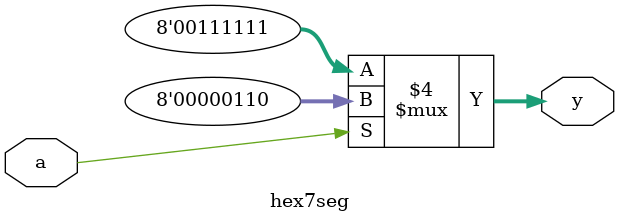
<source format=sv>
module hex7seg(input logic a,
	       output logic [7:0] y);

   always_comb
	  if (a == 1'd0)
	    y = 8'b0011_1111;
	  else
		 y = 8'b0000_0110;
endmodule

</source>
